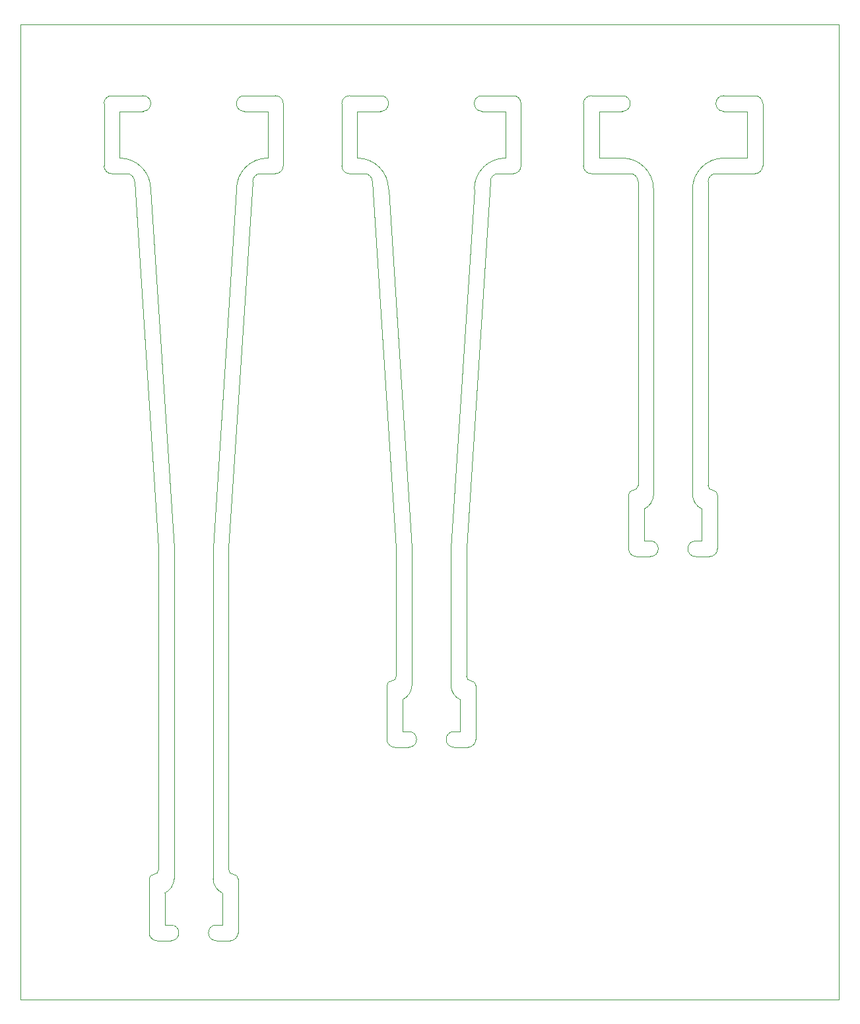
<source format=gbr>
%TF.GenerationSoftware,KiCad,Pcbnew,(6.0.0)*%
%TF.CreationDate,2022-03-28T07:33:37-07:00*%
%TF.ProjectId,flex-24_panel,666c6578-2d32-4345-9f70-616e656c2e6b,A*%
%TF.SameCoordinates,Original*%
%TF.FileFunction,Profile,NP*%
%FSLAX46Y46*%
G04 Gerber Fmt 4.6, Leading zero omitted, Abs format (unit mm)*
G04 Created by KiCad (PCBNEW (6.0.0)) date 2022-03-28 07:33:37*
%MOMM*%
%LPD*%
G01*
G04 APERTURE LIST*
%TA.AperFunction,Profile*%
%ADD10C,0.050000*%
%TD*%
G04 APERTURE END LIST*
D10*
X184230000Y-48185864D02*
G75*
G03*
X180230000Y-52185864I0J-4000000D01*
G01*
X180229999Y-91376352D02*
G75*
G03*
X181430000Y-93185864I2083551J79079D01*
G01*
X174030000Y-93185863D02*
G75*
G03*
X175230000Y-91376352I-883550J1888590D01*
G01*
X149229999Y-115826353D02*
G75*
G03*
X150430000Y-117635865I2083551J79079D01*
G01*
X143030000Y-117635864D02*
G75*
G03*
X144230000Y-115826353I-883550J1888590D01*
G01*
X175230000Y-52185864D02*
G75*
G03*
X171230000Y-48185864I-4000000J0D01*
G01*
X141230000Y-52185864D02*
G75*
G03*
X137230000Y-48185864I-4000000J0D01*
G01*
X144230000Y-98185864D02*
X141230000Y-52185864D01*
X142230000Y-98185864D02*
X139152893Y-51185864D01*
X139152893Y-51185864D02*
G75*
G03*
X138152893Y-50185864I-999999J1D01*
G01*
X154307107Y-51185864D02*
X151230000Y-98185864D01*
X156230000Y-48185864D02*
G75*
G03*
X152230000Y-52185864I0J-4000000D01*
G01*
X136237107Y-50185864D02*
X138152893Y-50185864D01*
X155307107Y-50185864D02*
G75*
G03*
X154307107Y-51185864I-1J-999999D01*
G01*
X152230000Y-52185864D02*
X149230000Y-98185864D01*
X155307107Y-50185864D02*
X157230000Y-50185864D01*
X167237107Y-50185864D02*
X172230000Y-50185864D01*
X183230000Y-50185864D02*
X188222893Y-50185864D01*
X187230000Y-48185864D02*
X184230000Y-48185864D01*
X173230000Y-51185864D02*
G75*
G03*
X172230000Y-50185864I-999999J1D01*
G01*
X171230000Y-48185864D02*
X168230000Y-48185864D01*
X183230000Y-50185864D02*
G75*
G03*
X182230000Y-51185864I-1J-999999D01*
G01*
X110730000Y-52185864D02*
G75*
G03*
X106730000Y-48185864I-4000000J0D01*
G01*
X113730000Y-98185864D02*
X110730000Y-52185864D01*
X111730000Y-98185864D02*
X108652893Y-51185864D01*
X108652893Y-51185864D02*
G75*
G03*
X107652893Y-50185864I-999999J1D01*
G01*
X105737107Y-50185864D02*
X107652893Y-50185864D01*
X123807107Y-51185864D02*
X120730000Y-98185864D01*
X125730000Y-48185864D02*
G75*
G03*
X121730000Y-52185864I0J-4000000D01*
G01*
X118729999Y-140635864D02*
G75*
G03*
X119930000Y-142445376I2083551J79079D01*
G01*
X187230000Y-42185864D02*
X184230000Y-42185864D01*
X122730000Y-40185864D02*
G75*
G03*
X122730000Y-42185864I0J-1000000D01*
G01*
X119130000Y-146545376D02*
G75*
G03*
X119130000Y-148545376I0J-1000000D01*
G01*
X187230000Y-48185864D02*
X187230000Y-42185864D01*
X143030000Y-121735865D02*
X143030000Y-117635865D01*
X188230000Y-50185864D02*
G75*
G03*
X189230000Y-49185864I1J999999D01*
G01*
X113730000Y-140635864D02*
X113730000Y-98185864D01*
X151230000Y-114635865D02*
X151230000Y-112135865D01*
X180230000Y-52185864D02*
X180230000Y-91376352D01*
X121930000Y-140645376D02*
G75*
G03*
X121330000Y-140045376I-600000J0D01*
G01*
X104730000Y-48185864D02*
X104730000Y-49185864D01*
X152430000Y-115835865D02*
G75*
G03*
X151830000Y-115235865I-600000J0D01*
G01*
X112529999Y-146545375D02*
X113329999Y-146545375D01*
X140230000Y-42185864D02*
X137230000Y-42185864D01*
X188230000Y-40185864D02*
X184230000Y-40185864D01*
X166230000Y-49185864D02*
G75*
G03*
X167230000Y-50185864I999999J-1D01*
G01*
X166230000Y-48185864D02*
X166230000Y-49185864D01*
X127730000Y-48185864D02*
X127730000Y-49185864D01*
X183430000Y-98285864D02*
X183430000Y-93185864D01*
X158230000Y-48185864D02*
X158230000Y-41185864D01*
X109730000Y-42185864D02*
X106730000Y-42185864D01*
X140230000Y-42185864D02*
G75*
G03*
X140230000Y-40185864I0J1000000D01*
G01*
X172029999Y-98285863D02*
G75*
G03*
X173029999Y-99285863I999999J-1D01*
G01*
X172630000Y-90785864D02*
G75*
G03*
X172030000Y-91385864I0J-600000D01*
G01*
X149630000Y-121735865D02*
X150430000Y-121735865D01*
X171230000Y-42185864D02*
G75*
G03*
X171230000Y-40185864I0J1000000D01*
G01*
X172030000Y-93185864D02*
X172029999Y-98285863D01*
X135230000Y-41185864D02*
X135230000Y-48185864D01*
X112530000Y-142445376D02*
G75*
G03*
X113730000Y-140635864I-883548J1888589D01*
G01*
X172030000Y-91385864D02*
X172030000Y-93185864D01*
X142029999Y-123735864D02*
X143829999Y-123735864D01*
X149630000Y-123735865D02*
X151430000Y-123735865D01*
X121930000Y-147545376D02*
X121930000Y-142445376D01*
X156230000Y-42185864D02*
X153230000Y-42185864D01*
X174029999Y-97285863D02*
X174829999Y-97285863D01*
X173230000Y-51185864D02*
X173230000Y-87685864D01*
X124807107Y-50185864D02*
X126730000Y-50185864D01*
X156230000Y-48185864D02*
X156230000Y-42185864D01*
X182230000Y-87685864D02*
X182230000Y-51185864D01*
X119130000Y-146545376D02*
X119930000Y-146545376D01*
X110530000Y-140645376D02*
X110530000Y-142445376D01*
X121930000Y-140645376D02*
X121930000Y-142445376D01*
X143829999Y-123735864D02*
G75*
G03*
X143829999Y-121735864I0J1000000D01*
G01*
X137230000Y-48185864D02*
X137230000Y-42185864D01*
X144230000Y-115826353D02*
X144230000Y-98185864D01*
X180630000Y-97285864D02*
G75*
G03*
X180630000Y-99285864I0J-1000000D01*
G01*
X136230000Y-40185864D02*
G75*
G03*
X135230000Y-41185864I-1J-999999D01*
G01*
X141030000Y-117635865D02*
X141029999Y-122735864D01*
X182230000Y-90185864D02*
G75*
G03*
X182830000Y-90785864I600000J0D01*
G01*
X173230000Y-87685864D02*
X173230000Y-90185864D01*
X149230000Y-98185864D02*
X149230000Y-115826353D01*
X111730000Y-136945376D02*
X111730000Y-139445376D01*
X109730000Y-40185864D02*
X105730000Y-40185864D01*
X189230000Y-48185864D02*
X189230000Y-41185864D01*
X172630000Y-90785864D02*
G75*
G03*
X173230000Y-90185864I0J600000D01*
G01*
X181430000Y-93185864D02*
X181430000Y-97285864D01*
X120930000Y-148545376D02*
G75*
G03*
X121930000Y-147545376I1J999999D01*
G01*
X121730000Y-52185864D02*
X118730000Y-98185864D01*
X118730000Y-98185864D02*
X118730000Y-140635864D01*
X152430000Y-122735865D02*
X152430000Y-117635865D01*
X126730000Y-50185864D02*
G75*
G03*
X127730000Y-49185864I1J999999D01*
G01*
X125730000Y-42185864D02*
X122730000Y-42185864D01*
X189230000Y-48185864D02*
X189230000Y-49185864D01*
X120730000Y-139445376D02*
X120730000Y-136945376D01*
X182430000Y-99285864D02*
G75*
G03*
X183430000Y-98285864I1J999999D01*
G01*
X112530000Y-146545376D02*
X112530000Y-142445376D01*
X166230000Y-41185864D02*
X166230000Y-48185864D01*
X141029999Y-122735864D02*
G75*
G03*
X142029999Y-123735864I999999J-1D01*
G01*
X119130000Y-148545376D02*
X120930000Y-148545376D01*
X110529999Y-147545375D02*
G75*
G03*
X111529999Y-148545375I999999J-1D01*
G01*
X111730000Y-98185864D02*
X111730000Y-136945376D01*
X141630000Y-115235865D02*
G75*
G03*
X141030000Y-115835865I0J-600000D01*
G01*
X180630000Y-97285864D02*
X181430000Y-97285864D01*
X125730000Y-48185864D02*
X125730000Y-42185864D01*
X111130000Y-140045376D02*
G75*
G03*
X110530000Y-140645376I0J-600000D01*
G01*
X113329999Y-148545375D02*
G75*
G03*
X113329999Y-146545375I0J1000000D01*
G01*
X141630000Y-115235865D02*
G75*
G03*
X142230000Y-114635865I0J600000D01*
G01*
X153230000Y-40185864D02*
G75*
G03*
X153230000Y-42185864I0J-1000000D01*
G01*
X111529999Y-148545375D02*
X113329999Y-148545375D01*
X111130000Y-140045376D02*
G75*
G03*
X111730000Y-139445376I0J600000D01*
G01*
X157230000Y-40185864D02*
X153230000Y-40185864D01*
X151230000Y-114635865D02*
G75*
G03*
X151830000Y-115235865I600000J0D01*
G01*
X94045000Y-31082500D02*
X199045000Y-31082500D01*
X199045000Y-31082500D02*
X199045000Y-156082500D01*
X199045000Y-156082500D02*
X94045000Y-156082500D01*
X94045000Y-156082500D02*
X94045000Y-31082500D01*
X142230000Y-98185864D02*
X142230000Y-112135865D01*
X174829999Y-99285863D02*
G75*
G03*
X174829999Y-97285863I0J1000000D01*
G01*
X158230000Y-41185864D02*
G75*
G03*
X157230000Y-40185864I-999999J1D01*
G01*
X119930000Y-142445376D02*
X119930000Y-146545376D01*
X120730000Y-136945376D02*
X120730000Y-98185864D01*
X183430000Y-91385864D02*
G75*
G03*
X182830000Y-90785864I-600000J0D01*
G01*
X140230000Y-40185864D02*
X136230000Y-40185864D01*
X143029999Y-121735864D02*
X143829999Y-121735864D01*
X183430000Y-91385864D02*
X183430000Y-93185864D01*
X173029999Y-99285863D02*
X174829999Y-99285863D01*
X150430000Y-117635865D02*
X150430000Y-121735865D01*
X157230000Y-50185864D02*
G75*
G03*
X158230000Y-49185864I1J999999D01*
G01*
X175230000Y-91376352D02*
X175230000Y-52185864D01*
X171230000Y-40185864D02*
X167230000Y-40185864D01*
X110530000Y-142445376D02*
X110529999Y-147545375D01*
X149630000Y-121735865D02*
G75*
G03*
X149630000Y-123735865I0J-1000000D01*
G01*
X142230000Y-112135865D02*
X142230000Y-114635865D01*
X127730000Y-48185864D02*
X127730000Y-41185864D01*
X126730000Y-40185864D02*
X122730000Y-40185864D01*
X141030000Y-115835865D02*
X141030000Y-117635865D01*
X189230000Y-41185864D02*
G75*
G03*
X188230000Y-40185864I-999999J1D01*
G01*
X167230000Y-40185864D02*
G75*
G03*
X166230000Y-41185864I-1J-999999D01*
G01*
X168230000Y-48185864D02*
X168230000Y-42185864D01*
X120730000Y-139445376D02*
G75*
G03*
X121330000Y-140045376I600000J0D01*
G01*
X171230000Y-42185864D02*
X168230000Y-42185864D01*
X174030000Y-97285864D02*
X174030000Y-93185864D01*
X151430000Y-123735865D02*
G75*
G03*
X152430000Y-122735865I1J999999D01*
G01*
X180630000Y-99285864D02*
X182430000Y-99285864D01*
X135230000Y-48185864D02*
X135230000Y-49185864D01*
X127730000Y-41185864D02*
G75*
G03*
X126730000Y-40185864I-999999J1D01*
G01*
X152430000Y-115835865D02*
X152430000Y-117635865D01*
X104730000Y-41185864D02*
X104730000Y-48185864D01*
X124807107Y-50185864D02*
G75*
G03*
X123807107Y-51185864I-1J-999999D01*
G01*
X151230000Y-112135865D02*
X151230000Y-98185864D01*
X182230000Y-90185864D02*
X182230000Y-87685864D01*
X158230000Y-48185864D02*
X158230000Y-49185864D01*
X105730000Y-40185864D02*
G75*
G03*
X104730000Y-41185864I-1J-999999D01*
G01*
X109730000Y-42185864D02*
G75*
G03*
X109730000Y-40185864I0J1000000D01*
G01*
X104730000Y-49185864D02*
G75*
G03*
X105730000Y-50185864I999999J-1D01*
G01*
X106730000Y-48185864D02*
X106730000Y-42185864D01*
X135230000Y-49185864D02*
G75*
G03*
X136230000Y-50185864I999999J-1D01*
G01*
X184230000Y-40185864D02*
G75*
G03*
X184230000Y-42185864I0J-1000000D01*
G01*
M02*

</source>
